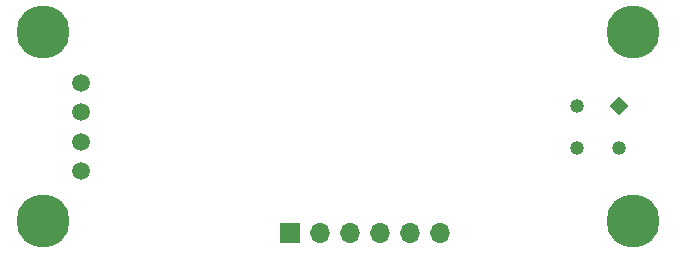
<source format=gbr>
%TF.GenerationSoftware,KiCad,Pcbnew,6.0.6-3a73a75311~116~ubuntu20.04.1*%
%TF.CreationDate,2022-07-05T10:29:56+02:00*%
%TF.ProjectId,Temperature_Tire_Sensor,54656d70-6572-4617-9475-72655f546972,rev?*%
%TF.SameCoordinates,Original*%
%TF.FileFunction,Soldermask,Bot*%
%TF.FilePolarity,Negative*%
%FSLAX46Y46*%
G04 Gerber Fmt 4.6, Leading zero omitted, Abs format (unit mm)*
G04 Created by KiCad (PCBNEW 6.0.6-3a73a75311~116~ubuntu20.04.1) date 2022-07-05 10:29:56*
%MOMM*%
%LPD*%
G01*
G04 APERTURE LIST*
G04 Aperture macros list*
%AMRotRect*
0 Rectangle, with rotation*
0 The origin of the aperture is its center*
0 $1 length*
0 $2 width*
0 $3 Rotation angle, in degrees counterclockwise*
0 Add horizontal line*
21,1,$1,$2,0,0,$3*%
G04 Aperture macros list end*
%ADD10C,1.500000*%
%ADD11C,4.500000*%
%ADD12RotRect,1.192000X1.192000X45.000000*%
%ADD13C,1.192000*%
%ADD14R,1.700000X1.700000*%
%ADD15O,1.700000X1.700000*%
G04 APERTURE END LIST*
D10*
%TO.C,REF\u002A\u002A*%
X106250000Y-105750000D03*
%TD*%
D11*
%TO.C,H2*%
X153000000Y-115000000D03*
%TD*%
%TO.C,H3*%
X103000000Y-99000000D03*
%TD*%
D10*
%TO.C,REF\u002A\u002A*%
X106250000Y-103250000D03*
%TD*%
D11*
%TO.C,H1*%
X153000000Y-99000000D03*
%TD*%
D10*
%TO.C,REF\u002A\u002A*%
X106250000Y-110750000D03*
%TD*%
%TO.C,REF\u002A\u002A*%
X106250000Y-108250000D03*
%TD*%
D12*
%TO.C,IC1*%
X151796051Y-105203949D03*
D13*
X148203949Y-105203949D03*
X148203949Y-108796051D03*
X151796051Y-108796051D03*
%TD*%
D14*
%TO.C,J1*%
X123900000Y-116000000D03*
D15*
X126440000Y-116000000D03*
X128980000Y-116000000D03*
X131520000Y-116000000D03*
X134060000Y-116000000D03*
X136600000Y-116000000D03*
%TD*%
D11*
%TO.C,H4*%
X103000000Y-115000000D03*
%TD*%
M02*

</source>
